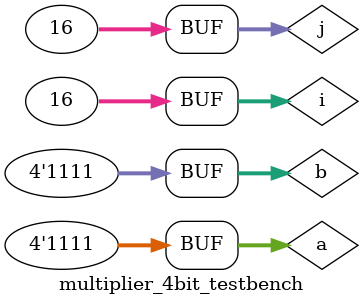
<source format=v>
`timescale 1ns / 1ps


module multiplier_4bit_testbench;

	// Inputs
	reg [3:0] a;
	reg [3:0] b;

	// Outputs
	wire [7:0] r;

	// Instantiate the Unit Under Test (UUT)
	multiplier_4bit uut (
		.a(a), 
		.b(b), 
		.r(r)
	);

	integer i, j;
	initial begin
		for (i=0; i<16; i=i+1) begin
			a = i;
			for (j=0; j<16; j=j+1) begin
				b = j;
				#3;
			end
		end
	end
      
endmodule


</source>
